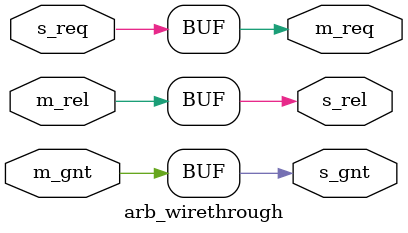
<source format=v>
module arb_wirethrough
#(
parameter integer C_REQ_WIDTH = 1,
parameter integer C_HAS_REQ = 1,
parameter integer C_GNT_WIDTH = 1,
parameter integer C_HAS_GNT = 1,
parameter integer C_REL_WIDTH = 1,
parameter integer C_HAS_REL = 1
)
(
(* X_INTERFACE_INFO = "xilinx.com:interface:arb_rtl:1.0 M_ARB REQ " *)
 output wire [((C_REQ_WIDTH>0)?C_REQ_WIDTH:1)-1:0] m_req,
(* X_INTERFACE_INFO = "xilinx.com:interface:arb_rtl:1.0 M_ARB GNT " *)
 input wire [((C_GNT_WIDTH>0)?C_GNT_WIDTH:1)-1:0] m_gnt,
(* X_INTERFACE_INFO = "xilinx.com:interface:arb_rtl:1.0 M_ARB REL " *)
 input wire [((C_REL_WIDTH>0)?C_REL_WIDTH:1)-1:0] m_rel,
(* X_INTERFACE_INFO = "xilinx.com:interface:arb_rtl:1.0 S_ARB REQ " *)
input wire [((C_REQ_WIDTH>0)?C_REQ_WIDTH:1)-1:0] s_req,
(* X_INTERFACE_INFO = "xilinx.com:interface:arb_rtl:1.0 S_ARB GNT " *)
output wire [((C_GNT_WIDTH>0)?C_GNT_WIDTH:1)-1:0] s_gnt,
(* X_INTERFACE_INFO = "xilinx.com:interface:arb_rtl:1.0 S_ARB REL " *)
output wire [((C_REL_WIDTH>0)?C_REL_WIDTH:1)-1:0] s_rel
);
assign m_req = s_req;
assign s_gnt = m_gnt;
assign s_rel = m_rel;
endmodule

</source>
